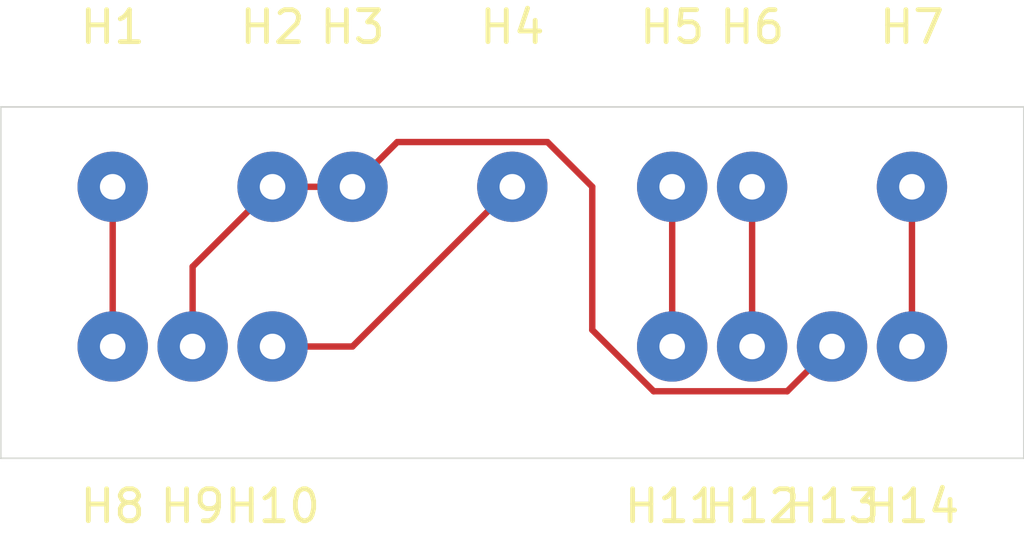
<source format=kicad_pcb>
(kicad_pcb (version 20241229) (generator "pcbnew") (generator_version "9.0")
  (layers (0 "F.Cu" signal) (2 "B.Cu" signal) (13 "F.Paste" user) (15 "B.Paste" user) (5 "F.SilkS" user "F.Silkscreen") (7 "B.SilkS" user "B.Silkscreen") (1 "F.Mask" user) (3 "B.Mask" user) (25 "Edge.Cuts" user))
  (net 0 "")
  (net 1 "Net-(H1-Pad1)")
  (net 2 "Net-(H13-Pad1)")
  (net 3 "Net-(H10-Pad1)")
  (net 4 "Net-(H11-Pad1)")
  (net 5 "Net-(H12-Pad1)")
  (net 6 "Net-(H14-Pad1)")
  (footprint "myLibrary:ConnectingHole_0.8mm_M2_DIN965_Pad" (layer "F.Cu") (at 67.5 57.5)
    (property "Reference" "H10" (at 0 5 0) (layer "F.SilkS"))
    (property "Value" "Vi")
    (pad "1" thru_hole circle (at 0 0) (size 2.2 2.2) (drill 0.8) (layers "*.Cu" "*.Mask") (net 3 "Net-(H10-Pad1)"))
  )
  (footprint "myLibrary:ConnectingHole_0.8mm_M2_DIN965_Pad" (layer "F.Cu") (at 75 52.5)
    (property "Reference" "H4" (at 0 -5 0) (layer "F.SilkS"))
    (property "Value" "12V")
    (pad "1" thru_hole circle (at 0 0) (size 2.2 2.2) (drill 0.8) (layers "*.Cu" "*.Mask") (net 3 "Net-(H10-Pad1)"))
  )
  (footprint "myLibrary:ConnectingHole_0.8mm_M2_DIN965_Pad" (layer "F.Cu") (at 82.5 52.5)
    (property "Reference" "H6" (at 0 -5 0) (layer "F.SilkS"))
    (property "Value" "Rx")
    (pad "1" thru_hole circle (at 0 0) (size 2.2 2.2) (drill 0.8) (layers "*.Cu" "*.Mask") (net 5 "Net-(H12-Pad1)"))
  )
  (footprint "myLibrary:ConnectingHole_0.8mm_M2_DIN965_Pad" (layer "F.Cu") (at 87.5 57.5)
    (property "Reference" "H14" (at 0 5 0) (layer "F.SilkS"))
    (property "Value" "3.3V")
    (pad "1" thru_hole circle (at 0 0) (size 2.2 2.2) (drill 0.8) (layers "*.Cu" "*.Mask") (net 6 "Net-(H14-Pad1)"))
  )
  (footprint "myLibrary:ConnectingHole_0.8mm_M2_DIN965_Pad" (layer "F.Cu") (at 80 57.5)
    (property "Reference" "H11" (at 0 5 0) (layer "F.SilkS"))
    (property "Value" "TX")
    (pad "1" thru_hole circle (at 0 0) (size 2.2 2.2) (drill 0.8) (layers "*.Cu" "*.Mask") (net 4 "Net-(H11-Pad1)"))
  )
  (footprint "myLibrary:ConnectingHole_0.8mm_M2_DIN965_Pad" (layer "F.Cu") (at 70 52.5)
    (property "Reference" "H3" (at 0 -5 0) (layer "F.SilkS"))
    (property "Value" "GND")
    (pad "1" thru_hole circle (at 0 0) (size 2.2 2.2) (drill 0.8) (layers "*.Cu" "*.Mask") (net 2 "Net-(H13-Pad1)"))
  )
  (footprint "myLibrary:ConnectingHole_0.8mm_M2_DIN965_Pad" (layer "F.Cu") (at 65 57.5)
    (property "Reference" "H9" (at 0 5 0) (layer "F.SilkS"))
    (property "Value" "GND")
    (pad "1" thru_hole circle (at 0 0) (size 2.2 2.2) (drill 0.8) (layers "*.Cu" "*.Mask") (net 2 "Net-(H13-Pad1)"))
  )
  (footprint "myLibrary:ConnectingHole_0.8mm_M2_DIN965_Pad" (layer "F.Cu") (at 87.5 52.5)
    (property "Reference" "H7" (at 0 -5 0) (layer "F.SilkS"))
    (property "Value" "3.3V")
    (pad "1" thru_hole circle (at 0 0) (size 2.2 2.2) (drill 0.8) (layers "*.Cu" "*.Mask") (net 6 "Net-(H14-Pad1)"))
  )
  (footprint "myLibrary:ConnectingHole_0.8mm_M2_DIN965_Pad" (layer "F.Cu") (at 85 57.5)
    (property "Reference" "H13" (at 0 5 0) (layer "F.SilkS"))
    (property "Value" "GND")
    (pad "1" thru_hole circle (at 0 0) (size 2.2 2.2) (drill 0.8) (layers "*.Cu" "*.Mask") (net 2 "Net-(H13-Pad1)"))
  )
  (footprint "myLibrary:ConnectingHole_0.8mm_M2_DIN965_Pad" (layer "F.Cu") (at 82.5 57.5)
    (property "Reference" "H12" (at 0 5 0) (layer "F.SilkS"))
    (property "Value" "RX")
    (pad "1" thru_hole circle (at 0 0) (size 2.2 2.2) (drill 0.8) (layers "*.Cu" "*.Mask") (net 5 "Net-(H12-Pad1)"))
  )
  (footprint "myLibrary:ConnectingHole_0.8mm_M2_DIN965_Pad" (layer "F.Cu") (at 62.5 57.5)
    (property "Reference" "H8" (at 0 5 0) (layer "F.SilkS"))
    (property "Value" "Vo")
    (pad "1" thru_hole circle (at 0 0) (size 2.2 2.2) (drill 0.8) (layers "*.Cu" "*.Mask") (net 1 "Net-(H1-Pad1)"))
  )
  (footprint "myLibrary:ConnectingHole_0.8mm_M2_DIN965_Pad" (layer "F.Cu") (at 62.5 52.5)
    (property "Reference" "H1" (at 0 -5 0) (layer "F.SilkS"))
    (property "Value" "5V")
    (pad "1" thru_hole circle (at 0 0) (size 2.2 2.2) (drill 0.8) (layers "*.Cu" "*.Mask") (net 1 "Net-(H1-Pad1)"))
  )
  (footprint "myLibrary:ConnectingHole_0.8mm_M2_DIN965_Pad" (layer "F.Cu") (at 67.5 52.5)
    (property "Reference" "H2" (at 0 -5 0) (layer "F.SilkS"))
    (property "Value" "GND")
    (pad "1" thru_hole circle (at 0 0) (size 2.2 2.2) (drill 0.8) (layers "*.Cu" "*.Mask") (net 2 "Net-(H13-Pad1)"))
  )
  (footprint "myLibrary:ConnectingHole_0.8mm_M2_DIN965_Pad" (layer "F.Cu") (at 80 52.5)
    (property "Reference" "H5" (at 0 -5 0) (layer "F.SilkS"))
    (property "Value" "Tx")
    (pad "1" thru_hole circle (at 0 0) (size 2.2 2.2) (drill 0.8) (layers "*.Cu" "*.Mask") (net 4 "Net-(H11-Pad1)"))
  )
  (gr_rect (start 59 50) (end 91 61) (stroke (width 0.05)) (fill no) (layer "Edge.Cuts"))
  (segment (start 62.5 52.5) (end 62.5 57.5) (width 0.2) (layer "F.Cu") (net 1))
  (segment (start 76.099 51.099) (end 71.401 51.099) (width 0.2) (layer "F.Cu") (net 2))
  (segment (start 67.5 52.5) (end 65 55) (width 0.2) (layer "F.Cu") (net 2))
  (segment (start 70 52.5) (end 67.5 52.5) (width 0.2) (layer "F.Cu") (net 2))
  (segment (start 83.599 58.901) (end 79.419686 58.901) (width 0.2) (layer "F.Cu") (net 2))
  (segment (start 71.401 51.099) (end 70 52.5) (width 0.2) (layer "F.Cu") (net 2))
  (segment (start 85 57.5) (end 83.599 58.901) (width 0.2) (layer "F.Cu") (net 2))
  (segment (start 79.419686 58.901) (end 77.5 56.981314) (width 0.2) (layer "F.Cu") (net 2))
  (segment (start 77.5 56.981314) (end 77.5 52.5) (width 0.2) (layer "F.Cu") (net 2))
  (segment (start 65 55) (end 65 57.5) (width 0.2) (layer "F.Cu") (net 2))
  (segment (start 77.5 52.5) (end 76.099 51.099) (width 0.2) (layer "F.Cu") (net 2))
  (segment (start 70 57.5) (end 67.5 57.5) (width 0.2) (layer "F.Cu") (net 3))
  (segment (start 75 52.5) (end 70 57.5) (width 0.2) (layer "F.Cu") (net 3))
  (segment (start 80 52.5) (end 80 57.5) (width 0.2) (layer "F.Cu") (net 4))
  (segment (start 82.5 52.5) (end 82.5 57.5) (width 0.2) (layer "F.Cu") (net 5))
  (segment (start 82.714005 52.5) (end 82.285994 52.5) (width 0.2) (layer "B.Cu") (net 5))
  (segment (start 87.5 52.5) (end 87.5 57.5) (width 0.2) (layer "F.Cu") (net 6))
)
</source>
